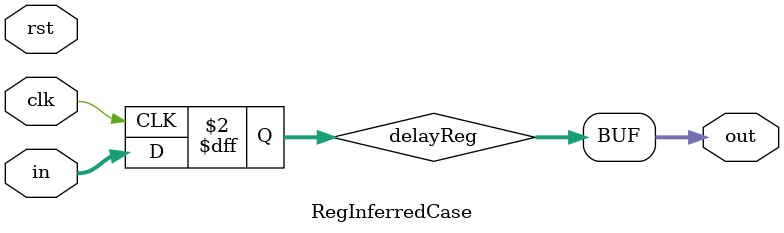
<source format=v>
module RegInferredCase (
  input        clk,
  input        rst,
  input  [2:0] in,
  output [2:0] out
);
  reg  [2:0] delayReg;
  assign out = delayReg;
  always @(posedge clk) begin
    delayReg <= in;
  end
endmodule

</source>
